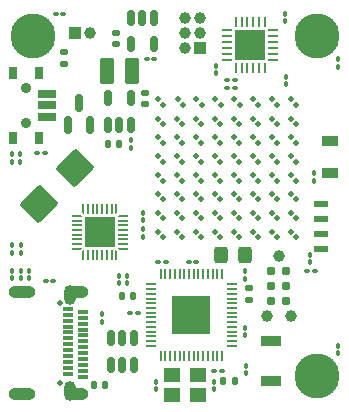
<source format=gbr>
%TF.GenerationSoftware,KiCad,Pcbnew,9.0.1*%
%TF.CreationDate,2025-04-25T01:04:06-07:00*%
%TF.ProjectId,microcouple,6d696372-6f63-46f7-9570-6c652e6b6963,rev?*%
%TF.SameCoordinates,Original*%
%TF.FileFunction,Soldermask,Top*%
%TF.FilePolarity,Negative*%
%FSLAX46Y46*%
G04 Gerber Fmt 4.6, Leading zero omitted, Abs format (unit mm)*
G04 Created by KiCad (PCBNEW 9.0.1) date 2025-04-25 01:04:06*
%MOMM*%
%LPD*%
G01*
G04 APERTURE LIST*
G04 Aperture macros list*
%AMRoundRect*
0 Rectangle with rounded corners*
0 $1 Rounding radius*
0 $2 $3 $4 $5 $6 $7 $8 $9 X,Y pos of 4 corners*
0 Add a 4 corners polygon primitive as box body*
4,1,4,$2,$3,$4,$5,$6,$7,$8,$9,$2,$3,0*
0 Add four circle primitives for the rounded corners*
1,1,$1+$1,$2,$3*
1,1,$1+$1,$4,$5*
1,1,$1+$1,$6,$7*
1,1,$1+$1,$8,$9*
0 Add four rect primitives between the rounded corners*
20,1,$1+$1,$2,$3,$4,$5,0*
20,1,$1+$1,$4,$5,$6,$7,0*
20,1,$1+$1,$6,$7,$8,$9,0*
20,1,$1+$1,$8,$9,$2,$3,0*%
%AMFreePoly0*
4,1,14,0.314644,0.085355,0.385355,0.014644,0.400000,-0.020711,0.400000,-0.050000,0.385355,-0.085355,0.350000,-0.100000,-0.350000,-0.100000,-0.385355,-0.085355,-0.400000,-0.050000,-0.400000,0.050000,-0.385355,0.085355,-0.350000,0.100000,0.279289,0.100000,0.314644,0.085355,0.314644,0.085355,$1*%
%AMFreePoly1*
4,1,14,0.385355,0.085355,0.400000,0.050000,0.400000,0.020711,0.385355,-0.014644,0.314644,-0.085355,0.279289,-0.100000,-0.350000,-0.100000,-0.385355,-0.085355,-0.400000,-0.050000,-0.400000,0.050000,-0.385355,0.085355,-0.350000,0.100000,0.350000,0.100000,0.385355,0.085355,0.385355,0.085355,$1*%
%AMFreePoly2*
4,1,14,0.085355,0.385355,0.100000,0.350000,0.100000,-0.350000,0.085355,-0.385355,0.050000,-0.400000,-0.050000,-0.400000,-0.085355,-0.385355,-0.100000,-0.350000,-0.100000,0.279289,-0.085355,0.314644,-0.014644,0.385355,0.020711,0.400000,0.050000,0.400000,0.085355,0.385355,0.085355,0.385355,$1*%
%AMFreePoly3*
4,1,14,0.014644,0.385355,0.085355,0.314644,0.100000,0.279289,0.100000,-0.350000,0.085355,-0.385355,0.050000,-0.400000,-0.050000,-0.400000,-0.085355,-0.385355,-0.100000,-0.350000,-0.100000,0.350000,-0.085355,0.385355,-0.050000,0.400000,-0.020711,0.400000,0.014644,0.385355,0.014644,0.385355,$1*%
%AMFreePoly4*
4,1,14,0.385355,0.085355,0.400000,0.050000,0.400000,-0.050000,0.385355,-0.085355,0.350000,-0.100000,-0.279289,-0.100000,-0.314644,-0.085355,-0.385355,-0.014644,-0.400000,0.020711,-0.400000,0.050000,-0.385355,0.085355,-0.350000,0.100000,0.350000,0.100000,0.385355,0.085355,0.385355,0.085355,$1*%
%AMFreePoly5*
4,1,14,0.385355,0.085355,0.400000,0.050000,0.400000,-0.050000,0.385355,-0.085355,0.350000,-0.100000,-0.350000,-0.100000,-0.385355,-0.085355,-0.400000,-0.050000,-0.400000,-0.020711,-0.385355,0.014644,-0.314644,0.085355,-0.279289,0.100000,0.350000,0.100000,0.385355,0.085355,0.385355,0.085355,$1*%
%AMFreePoly6*
4,1,14,0.085355,0.385355,0.100000,0.350000,0.100000,-0.279289,0.085355,-0.314644,0.014644,-0.385355,-0.020711,-0.400000,-0.050000,-0.400000,-0.085355,-0.385355,-0.100000,-0.350000,-0.100000,0.350000,-0.085355,0.385355,-0.050000,0.400000,0.050000,0.400000,0.085355,0.385355,0.085355,0.385355,$1*%
%AMFreePoly7*
4,1,14,0.085355,0.385355,0.100000,0.350000,0.100000,-0.350000,0.085355,-0.385355,0.050000,-0.400000,0.020711,-0.400000,-0.014644,-0.385355,-0.085355,-0.314644,-0.100000,-0.279289,-0.100000,0.350000,-0.085355,0.385355,-0.050000,0.400000,0.050000,0.400000,0.085355,0.385355,0.085355,0.385355,$1*%
G04 Aperture macros list end*
%ADD10C,0.500000*%
%ADD11R,0.950000X0.300000*%
%ADD12O,1.950000X1.000000*%
%ADD13O,2.300000X1.000000*%
%ADD14O,1.000000X1.700000*%
%ADD15C,0.900000*%
%ADD16R,1.500000X0.700000*%
%ADD17R,0.800000X1.000000*%
%ADD18RoundRect,0.250000X0.070711X1.343503X-1.343503X-0.070711X-0.070711X-1.343503X1.343503X0.070711X0*%
%ADD19R,1.270000X0.500000*%
%ADD20R,1.400000X0.900000*%
%ADD21RoundRect,0.100000X0.162635X-0.021213X-0.021213X0.162635X-0.162635X0.021213X0.021213X-0.162635X0*%
%ADD22R,1.700000X0.900000*%
%ADD23RoundRect,0.140000X0.140000X0.170000X-0.140000X0.170000X-0.140000X-0.170000X0.140000X-0.170000X0*%
%ADD24RoundRect,0.100000X0.130000X0.100000X-0.130000X0.100000X-0.130000X-0.100000X0.130000X-0.100000X0*%
%ADD25RoundRect,0.100000X-0.100000X0.130000X-0.100000X-0.130000X0.100000X-0.130000X0.100000X0.130000X0*%
%ADD26RoundRect,0.250000X-0.375000X-0.850000X0.375000X-0.850000X0.375000X0.850000X-0.375000X0.850000X0*%
%ADD27RoundRect,0.150000X0.150000X-0.512500X0.150000X0.512500X-0.150000X0.512500X-0.150000X-0.512500X0*%
%ADD28RoundRect,0.150000X-0.150000X0.512500X-0.150000X-0.512500X0.150000X-0.512500X0.150000X0.512500X0*%
%ADD29RoundRect,0.150000X0.150000X-0.587500X0.150000X0.587500X-0.150000X0.587500X-0.150000X-0.587500X0*%
%ADD30FreePoly0,270.000000*%
%ADD31RoundRect,0.050000X-0.050000X0.350000X-0.050000X-0.350000X0.050000X-0.350000X0.050000X0.350000X0*%
%ADD32FreePoly1,270.000000*%
%ADD33FreePoly2,270.000000*%
%ADD34RoundRect,0.050000X-0.350000X0.050000X-0.350000X-0.050000X0.350000X-0.050000X0.350000X0.050000X0*%
%ADD35FreePoly3,270.000000*%
%ADD36FreePoly4,270.000000*%
%ADD37FreePoly5,270.000000*%
%ADD38FreePoly6,270.000000*%
%ADD39FreePoly7,270.000000*%
%ADD40R,2.650000X2.650000*%
%ADD41RoundRect,0.100000X-0.130000X-0.100000X0.130000X-0.100000X0.130000X0.100000X-0.130000X0.100000X0*%
%ADD42RoundRect,0.062500X0.062500X-0.337500X0.062500X0.337500X-0.062500X0.337500X-0.062500X-0.337500X0*%
%ADD43RoundRect,0.062500X0.337500X-0.062500X0.337500X0.062500X-0.337500X0.062500X-0.337500X-0.062500X0*%
%ADD44R,2.500000X2.500000*%
%ADD45C,3.800000*%
%ADD46RoundRect,0.140000X-0.170000X0.140000X-0.170000X-0.140000X0.170000X-0.140000X0.170000X0.140000X0*%
%ADD47RoundRect,0.050000X-0.387500X-0.050000X0.387500X-0.050000X0.387500X0.050000X-0.387500X0.050000X0*%
%ADD48RoundRect,0.050000X-0.050000X-0.387500X0.050000X-0.387500X0.050000X0.387500X-0.050000X0.387500X0*%
%ADD49R,3.200000X3.200000*%
%ADD50RoundRect,0.100000X0.100000X-0.130000X0.100000X0.130000X-0.100000X0.130000X-0.100000X-0.130000X0*%
%ADD51RoundRect,0.250000X-0.325000X-0.450000X0.325000X-0.450000X0.325000X0.450000X-0.325000X0.450000X0*%
%ADD52RoundRect,0.140000X0.170000X-0.140000X0.170000X0.140000X-0.170000X0.140000X-0.170000X-0.140000X0*%
%ADD53R,1.000000X1.000000*%
%ADD54C,1.000000*%
%ADD55C,0.990600*%
%ADD56C,0.787400*%
%ADD57R,1.400000X1.200000*%
%ADD58RoundRect,0.140000X-0.140000X-0.170000X0.140000X-0.170000X0.140000X0.170000X-0.140000X0.170000X0*%
G04 APERTURE END LIST*
D10*
%TO.C,J2*%
X91167500Y-69900000D03*
X91167500Y-76700000D03*
D11*
X93147500Y-70670000D03*
X93147500Y-71180000D03*
X93147500Y-71670000D03*
X93147500Y-72180000D03*
X93147500Y-72670000D03*
X93147500Y-73180000D03*
X93147500Y-73670000D03*
X93147500Y-74180000D03*
X93147500Y-74670000D03*
X93147500Y-75180000D03*
X93147500Y-75670000D03*
X93147500Y-76180000D03*
X91847500Y-75920000D03*
X91847500Y-75420000D03*
X91847500Y-74920000D03*
X91847500Y-74420000D03*
X91847500Y-73920000D03*
X91847500Y-73420000D03*
X91847500Y-72920000D03*
X91847500Y-72420000D03*
X91847500Y-71920000D03*
X91847500Y-71420000D03*
X91847500Y-70920000D03*
X91847500Y-70420000D03*
D12*
X92587500Y-68980000D03*
D13*
X87967500Y-68980000D03*
D14*
X92027500Y-69220000D03*
X92027500Y-77350000D03*
D12*
X92587500Y-77620000D03*
D13*
X87967500Y-77620000D03*
%TD*%
D15*
%TO.C,SW2*%
X88300000Y-51700000D03*
X88300000Y-54700000D03*
D16*
X90100000Y-52200000D03*
X90100000Y-53200000D03*
X90100000Y-54200000D03*
D17*
X89400000Y-50450000D03*
X87200000Y-50450000D03*
X89400000Y-55950000D03*
X87200000Y-55950000D03*
%TD*%
D18*
%TO.C,D2*%
X89429720Y-61570280D03*
X92470280Y-58529720D03*
%TD*%
D19*
%TO.C,U7*%
X113300000Y-65360000D03*
X113300000Y-64090000D03*
X113300000Y-62820000D03*
X113300000Y-61550000D03*
%TD*%
D20*
%TO.C,D69*%
X114000000Y-58950000D03*
X114000000Y-56250000D03*
%TD*%
D21*
%TO.C,D18*%
X101533683Y-61159174D03*
X101081135Y-60706626D03*
%TD*%
D22*
%TO.C,SW1*%
X109000000Y-73150000D03*
X109000000Y-76550000D03*
%TD*%
D23*
%TO.C,C1*%
X95010000Y-76900000D03*
X94050000Y-76900000D03*
%TD*%
D24*
%TO.C,R9*%
X89870000Y-57200000D03*
X89230000Y-57200000D03*
%TD*%
D25*
%TO.C,C10*%
X106800000Y-67230000D03*
X106800000Y-67870000D03*
%TD*%
D21*
%TO.C,D46*%
X107962254Y-54759174D03*
X107509706Y-54306626D03*
%TD*%
%TO.C,D21*%
X103176540Y-53135448D03*
X102723992Y-52682900D03*
%TD*%
%TO.C,D33*%
X104747969Y-59559174D03*
X104295421Y-59106626D03*
%TD*%
%TO.C,D55*%
X109569397Y-56359174D03*
X109116849Y-55906626D03*
%TD*%
%TO.C,D56*%
X109569397Y-57959174D03*
X109116849Y-57506626D03*
%TD*%
%TO.C,D45*%
X107976540Y-53135448D03*
X107523992Y-52682900D03*
%TD*%
%TO.C,D24*%
X103140826Y-57959174D03*
X102688278Y-57506626D03*
%TD*%
D26*
%TO.C,L1*%
X95125000Y-50300000D03*
X97275000Y-50300000D03*
%TD*%
D21*
%TO.C,D35*%
X104747969Y-62759174D03*
X104295421Y-62306626D03*
%TD*%
D27*
%TO.C,U4*%
X95250000Y-54837500D03*
X96200000Y-54837500D03*
X97150000Y-54837500D03*
X97150000Y-52562500D03*
X95250000Y-52562500D03*
%TD*%
D21*
%TO.C,D37*%
X106376540Y-53135448D03*
X105923992Y-52682900D03*
%TD*%
D28*
%TO.C,U3*%
X99100000Y-45762500D03*
X98150000Y-45762500D03*
X97200000Y-45762500D03*
X97200000Y-48037500D03*
X99100000Y-48037500D03*
%TD*%
D21*
%TO.C,D47*%
X107962254Y-56359174D03*
X107509706Y-55906626D03*
%TD*%
D29*
%TO.C,Q1*%
X91837500Y-54887500D03*
X93737500Y-54887500D03*
X92787500Y-53012500D03*
%TD*%
D30*
%TO.C,U5*%
X95950000Y-62000000D03*
D31*
X95550000Y-62000000D03*
X95150000Y-62000000D03*
X94750000Y-62000000D03*
X94350000Y-62000000D03*
X93950000Y-62000000D03*
X93550000Y-62000000D03*
D32*
X93150000Y-62000000D03*
D33*
X92600000Y-62550000D03*
D34*
X92600000Y-62950000D03*
X92600000Y-63350000D03*
X92600000Y-63750000D03*
X92600000Y-64150000D03*
X92600000Y-64550000D03*
X92600000Y-64950000D03*
D35*
X92600000Y-65350000D03*
D36*
X93150000Y-65900000D03*
D31*
X93550000Y-65900000D03*
X93950000Y-65900000D03*
X94350000Y-65900000D03*
X94750000Y-65900000D03*
X95150000Y-65900000D03*
X95550000Y-65900000D03*
D37*
X95950000Y-65900000D03*
D38*
X96500000Y-65350000D03*
D34*
X96500000Y-64950000D03*
X96500000Y-64550000D03*
X96500000Y-64150000D03*
X96500000Y-63750000D03*
X96500000Y-63350000D03*
X96500000Y-62950000D03*
D39*
X96500000Y-62550000D03*
D40*
X94550000Y-63950000D03*
%TD*%
D25*
%TO.C,C16*%
X97150000Y-56150000D03*
X97150000Y-56790000D03*
%TD*%
D21*
%TO.C,D20*%
X101533683Y-64359174D03*
X101081135Y-63906626D03*
%TD*%
D41*
%TO.C,C21*%
X105330000Y-51050000D03*
X105970000Y-51050000D03*
%TD*%
D21*
%TO.C,D26*%
X103140826Y-61159174D03*
X102688278Y-60706626D03*
%TD*%
D42*
%TO.C,U6*%
X106050000Y-50050000D03*
X106550000Y-50050000D03*
X107050000Y-50050000D03*
X107550000Y-50050000D03*
X108050000Y-50050000D03*
X108550000Y-50050000D03*
D43*
X109250000Y-49350000D03*
X109250000Y-48850000D03*
X109250000Y-48350000D03*
X109250000Y-47850000D03*
X109250000Y-47350000D03*
X109250000Y-46850000D03*
D42*
X108550000Y-46150000D03*
X108050000Y-46150000D03*
X107550000Y-46150000D03*
X107050000Y-46150000D03*
X106550000Y-46150000D03*
X106050000Y-46150000D03*
D43*
X105350000Y-46850000D03*
X105350000Y-47350000D03*
X105350000Y-47850000D03*
X105350000Y-48350000D03*
X105350000Y-48850000D03*
X105350000Y-49350000D03*
D44*
X107300000Y-48100000D03*
%TD*%
D21*
%TO.C,D30*%
X104747969Y-54759174D03*
X104295421Y-54306626D03*
%TD*%
%TO.C,D22*%
X103140826Y-54759174D03*
X102688278Y-54306626D03*
%TD*%
D25*
%TO.C,C22*%
X104350000Y-49830000D03*
X104350000Y-50470000D03*
%TD*%
D21*
%TO.C,D11*%
X99926540Y-62759174D03*
X99473992Y-62306626D03*
%TD*%
%TO.C,D54*%
X109569397Y-54759174D03*
X109116849Y-54306626D03*
%TD*%
D25*
%TO.C,R3*%
X87800000Y-57330000D03*
X87800000Y-57970000D03*
%TD*%
D21*
%TO.C,D60*%
X109569397Y-64359174D03*
X109116849Y-63906626D03*
%TD*%
%TO.C,D9*%
X99926540Y-59559174D03*
X99473992Y-59106626D03*
%TD*%
D45*
%TO.C,H2*%
X112900000Y-47350000D03*
%TD*%
D25*
%TO.C,R11*%
X87850000Y-65025000D03*
X87850000Y-65665000D03*
%TD*%
D21*
%TO.C,D14*%
X101533683Y-54759174D03*
X101081135Y-54306626D03*
%TD*%
D46*
%TO.C,C17*%
X98400000Y-52120000D03*
X98400000Y-53080000D03*
%TD*%
D21*
%TO.C,D40*%
X106355111Y-57959174D03*
X105902563Y-57506626D03*
%TD*%
%TO.C,D31*%
X104747969Y-56359174D03*
X104295421Y-55906626D03*
%TD*%
%TO.C,D12*%
X99926540Y-64359174D03*
X99473992Y-63906626D03*
%TD*%
D47*
%TO.C,U2*%
X98862500Y-68350000D03*
X98862500Y-68750000D03*
X98862500Y-69150000D03*
X98862500Y-69550000D03*
X98862500Y-69950000D03*
X98862500Y-70350000D03*
X98862500Y-70750000D03*
X98862500Y-71150000D03*
X98862500Y-71550000D03*
X98862500Y-71950000D03*
X98862500Y-72350000D03*
X98862500Y-72750000D03*
X98862500Y-73150000D03*
X98862500Y-73550000D03*
D48*
X99700000Y-74387500D03*
X100100000Y-74387500D03*
X100500000Y-74387500D03*
X100900000Y-74387500D03*
X101300000Y-74387500D03*
X101700000Y-74387500D03*
X102100000Y-74387500D03*
X102500000Y-74387500D03*
X102900000Y-74387500D03*
X103300000Y-74387500D03*
X103700000Y-74387500D03*
X104100000Y-74387500D03*
X104500000Y-74387500D03*
X104900000Y-74387500D03*
D47*
X105737500Y-73550000D03*
X105737500Y-73150000D03*
X105737500Y-72750000D03*
X105737500Y-72350000D03*
X105737500Y-71950000D03*
X105737500Y-71550000D03*
X105737500Y-71150000D03*
X105737500Y-70750000D03*
X105737500Y-70350000D03*
X105737500Y-69950000D03*
X105737500Y-69550000D03*
X105737500Y-69150000D03*
X105737500Y-68750000D03*
X105737500Y-68350000D03*
D48*
X104900000Y-67512500D03*
X104500000Y-67512500D03*
X104100000Y-67512500D03*
X103700000Y-67512500D03*
X103300000Y-67512500D03*
X102900000Y-67512500D03*
X102500000Y-67512500D03*
X102100000Y-67512500D03*
X101700000Y-67512500D03*
X101300000Y-67512500D03*
X100900000Y-67512500D03*
X100500000Y-67512500D03*
X100100000Y-67512500D03*
X99700000Y-67512500D03*
D49*
X102300000Y-70950000D03*
%TD*%
D50*
%TO.C,C2*%
X88550000Y-67820000D03*
X88550000Y-67180000D03*
%TD*%
D21*
%TO.C,D5*%
X99926540Y-53135448D03*
X99473992Y-52682900D03*
%TD*%
%TO.C,D58*%
X109569397Y-61159174D03*
X109116849Y-60706626D03*
%TD*%
D51*
%TO.C,FB1*%
X104775000Y-65850000D03*
X106825000Y-65850000D03*
%TD*%
D45*
%TO.C,H3*%
X112900000Y-76100000D03*
%TD*%
D21*
%TO.C,D67*%
X111176540Y-62759174D03*
X110723992Y-62306626D03*
%TD*%
%TO.C,D39*%
X106355111Y-56359174D03*
X105902563Y-55906626D03*
%TD*%
D52*
%TO.C,C14*%
X95950000Y-48010000D03*
X95950000Y-47050000D03*
%TD*%
D21*
%TO.C,D23*%
X103140826Y-56359174D03*
X102688278Y-55906626D03*
%TD*%
D25*
%TO.C,R13*%
X96850000Y-67630000D03*
X96850000Y-68270000D03*
%TD*%
D21*
%TO.C,D19*%
X101533683Y-62759174D03*
X101081135Y-62306626D03*
%TD*%
%TO.C,D44*%
X106355111Y-64359174D03*
X105902563Y-63906626D03*
%TD*%
D25*
%TO.C,C20*%
X96150000Y-67630000D03*
X96150000Y-68270000D03*
%TD*%
D21*
%TO.C,D66*%
X111176540Y-61159174D03*
X110723992Y-60706626D03*
%TD*%
D53*
%TO.C,J4*%
X103065000Y-48298000D03*
D54*
X101795000Y-48298000D03*
X103065000Y-47028000D03*
X101795000Y-47028000D03*
X103065000Y-45758000D03*
X101795000Y-45758000D03*
%TD*%
D41*
%TO.C,C12*%
X104230000Y-75650000D03*
X104870000Y-75650000D03*
%TD*%
%TO.C,C19*%
X99510000Y-66450000D03*
X100150000Y-66450000D03*
%TD*%
D21*
%TO.C,D8*%
X99926540Y-57959174D03*
X99473992Y-57506626D03*
%TD*%
D24*
%TO.C,C6*%
X102720000Y-66450000D03*
X102080000Y-66450000D03*
%TD*%
D21*
%TO.C,D36*%
X104747969Y-64359174D03*
X104295421Y-63906626D03*
%TD*%
%TO.C,D53*%
X109576540Y-53135448D03*
X109123992Y-52682900D03*
%TD*%
%TO.C,D68*%
X111176540Y-64359174D03*
X110723992Y-63906626D03*
%TD*%
%TO.C,D6*%
X99926540Y-54759174D03*
X99473992Y-54306626D03*
%TD*%
D27*
%TO.C,U1*%
X95500000Y-75137500D03*
X96450000Y-75137500D03*
X97400000Y-75137500D03*
X97400000Y-72862500D03*
X96450000Y-72862500D03*
X95500000Y-72862500D03*
%TD*%
D21*
%TO.C,D27*%
X103140826Y-62759174D03*
X102688278Y-62306626D03*
%TD*%
%TO.C,D57*%
X109569397Y-59559174D03*
X109116849Y-59106626D03*
%TD*%
D41*
%TO.C,R1*%
X89950000Y-68100000D03*
X90590000Y-68100000D03*
%TD*%
D21*
%TO.C,D28*%
X103140826Y-64359174D03*
X102688278Y-63906626D03*
%TD*%
%TO.C,D13*%
X101576540Y-53135448D03*
X101123992Y-52682900D03*
%TD*%
D24*
%TO.C,R10*%
X99170000Y-49300000D03*
X98530000Y-49300000D03*
%TD*%
D21*
%TO.C,D63*%
X111176540Y-56359174D03*
X110723992Y-55906626D03*
%TD*%
D25*
%TO.C,R12*%
X87850000Y-67210000D03*
X87850000Y-67850000D03*
%TD*%
D21*
%TO.C,D64*%
X111176540Y-57959174D03*
X110723992Y-57506626D03*
%TD*%
D50*
%TO.C,C26*%
X114750000Y-74190000D03*
X114750000Y-73550000D03*
%TD*%
D25*
%TO.C,R7*%
X110350000Y-50760000D03*
X110350000Y-51400000D03*
%TD*%
D21*
%TO.C,D10*%
X99926540Y-61159174D03*
X99473992Y-60706626D03*
%TD*%
D25*
%TO.C,R17*%
X112700000Y-58930000D03*
X112700000Y-59570000D03*
%TD*%
D50*
%TO.C,C3*%
X99300000Y-77220000D03*
X99300000Y-76580000D03*
%TD*%
D21*
%TO.C,D29*%
X104776540Y-53135448D03*
X104323992Y-52682900D03*
%TD*%
D55*
%TO.C,J1*%
X109715000Y-65940000D03*
X110731000Y-71020000D03*
X108699000Y-71020000D03*
D56*
X109080000Y-67210000D03*
X110350000Y-67210000D03*
X109080000Y-68480000D03*
X110350000Y-68480000D03*
X109080000Y-69750000D03*
X110350000Y-69750000D03*
%TD*%
D25*
%TO.C,C25*%
X114750000Y-49300000D03*
X114750000Y-49940000D03*
%TD*%
%TO.C,C4*%
X104200000Y-76600000D03*
X104200000Y-77240000D03*
%TD*%
D21*
%TO.C,D16*%
X101533683Y-57959174D03*
X101081135Y-57506626D03*
%TD*%
%TO.C,D51*%
X107962254Y-62759174D03*
X107509706Y-62306626D03*
%TD*%
%TO.C,D7*%
X99926540Y-56359174D03*
X99473992Y-55906626D03*
%TD*%
%TO.C,D49*%
X107962254Y-59559174D03*
X107509706Y-59106626D03*
%TD*%
%TO.C,D59*%
X109569397Y-62759174D03*
X109116849Y-62306626D03*
%TD*%
D46*
%TO.C,C9*%
X107200000Y-68695000D03*
X107200000Y-69655000D03*
%TD*%
D24*
%TO.C,R8*%
X112740000Y-67250000D03*
X112100000Y-67250000D03*
%TD*%
D21*
%TO.C,D41*%
X106355111Y-59559174D03*
X105902563Y-59106626D03*
%TD*%
%TO.C,D32*%
X104747969Y-57959174D03*
X104295421Y-57506626D03*
%TD*%
%TO.C,D48*%
X107962254Y-57959174D03*
X107509706Y-57506626D03*
%TD*%
%TO.C,D50*%
X107962254Y-61159174D03*
X107509706Y-60706626D03*
%TD*%
%TO.C,D52*%
X107962254Y-64359174D03*
X107509706Y-63906626D03*
%TD*%
%TO.C,D38*%
X106355111Y-54759174D03*
X105902563Y-54306626D03*
%TD*%
D25*
%TO.C,C18*%
X98200000Y-63675000D03*
X98200000Y-64315000D03*
%TD*%
D21*
%TO.C,D25*%
X103140826Y-59559174D03*
X102688278Y-59106626D03*
%TD*%
D53*
%TO.C,BT1*%
X92455000Y-47050000D03*
D54*
X93725000Y-47050000D03*
%TD*%
D25*
%TO.C,C5*%
X106800000Y-72030000D03*
X106800000Y-72670000D03*
%TD*%
D21*
%TO.C,D34*%
X104747969Y-61159174D03*
X104295421Y-60706626D03*
%TD*%
D23*
%TO.C,C8*%
X97380000Y-69300000D03*
X96420000Y-69300000D03*
%TD*%
D24*
%TO.C,C7*%
X97750000Y-70750000D03*
X97110000Y-70750000D03*
%TD*%
D57*
%TO.C,X1*%
X100650000Y-77725000D03*
X102850000Y-77725000D03*
X102850000Y-76025000D03*
X100650000Y-76025000D03*
%TD*%
D21*
%TO.C,D65*%
X111176540Y-59559174D03*
X110723992Y-59106626D03*
%TD*%
D41*
%TO.C,R16*%
X105330000Y-51750000D03*
X105970000Y-51750000D03*
%TD*%
D50*
%TO.C,R6*%
X106900000Y-75890000D03*
X106900000Y-75250000D03*
%TD*%
D21*
%TO.C,D17*%
X101533683Y-59559174D03*
X101081135Y-59106626D03*
%TD*%
D45*
%TO.C,H1*%
X88900000Y-47350000D03*
%TD*%
D21*
%TO.C,D43*%
X106355111Y-62759174D03*
X105902563Y-62306626D03*
%TD*%
D58*
%TO.C,C11*%
X105000000Y-76550000D03*
X105960000Y-76550000D03*
%TD*%
%TO.C,C15*%
X95240000Y-56500000D03*
X96200000Y-56500000D03*
%TD*%
D50*
%TO.C,D3*%
X87150000Y-65665000D03*
X87150000Y-65025000D03*
%TD*%
D46*
%TO.C,C13*%
X91500000Y-48690000D03*
X91500000Y-49650000D03*
%TD*%
D25*
%TO.C,D1*%
X87100000Y-57335000D03*
X87100000Y-57975000D03*
%TD*%
%TO.C,R2*%
X94750000Y-70900000D03*
X94750000Y-71540000D03*
%TD*%
D21*
%TO.C,D42*%
X106355111Y-61159174D03*
X105902563Y-60706626D03*
%TD*%
D50*
%TO.C,D4*%
X87150000Y-67840000D03*
X87150000Y-67200000D03*
%TD*%
D21*
%TO.C,D15*%
X101533683Y-56359174D03*
X101081135Y-55906626D03*
%TD*%
D41*
%TO.C,C24*%
X90810000Y-45500000D03*
X91450000Y-45500000D03*
%TD*%
D21*
%TO.C,D62*%
X111176540Y-54759174D03*
X110723992Y-54306626D03*
%TD*%
%TO.C,D61*%
X111176540Y-53135448D03*
X110723992Y-52682900D03*
%TD*%
D25*
%TO.C,R15*%
X110250000Y-45430000D03*
X110250000Y-46070000D03*
%TD*%
D50*
%TO.C,C23*%
X112300000Y-66470000D03*
X112300000Y-65830000D03*
%TD*%
%TO.C,R14*%
X98200000Y-62915000D03*
X98200000Y-62275000D03*
%TD*%
M02*

</source>
